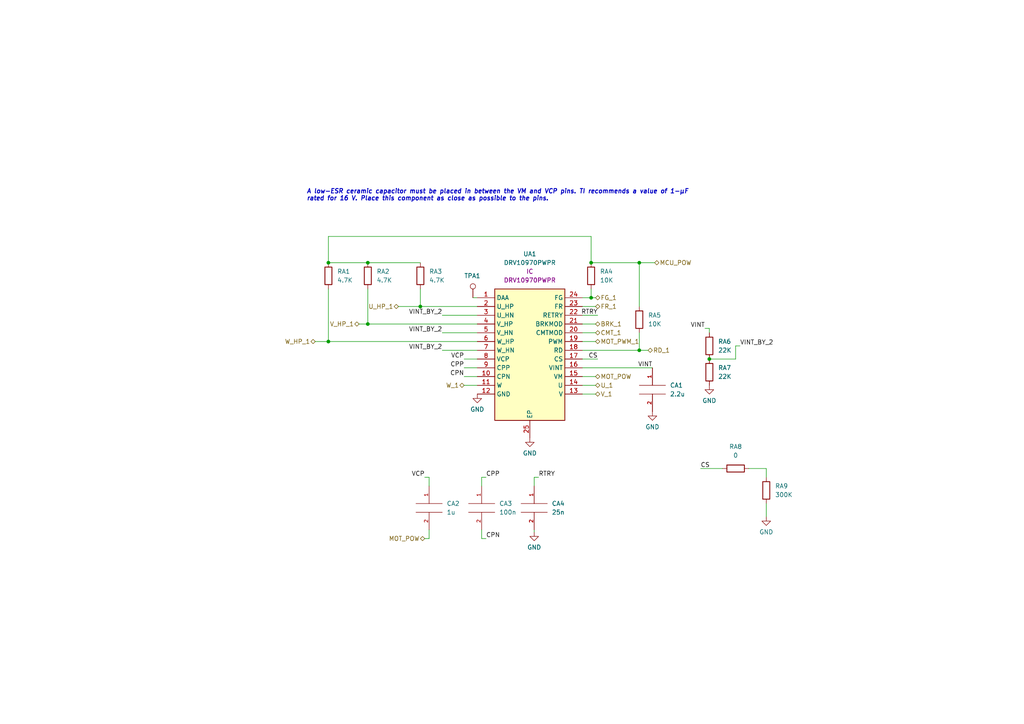
<source format=kicad_sch>
(kicad_sch (version 20211123) (generator eeschema)
  (paper "A4")
  (title_block (title "AOCS BOARD") (company "Parikshit Student Satellite Team"))
  (lib_symbols
    (symbol "Connector:TestPoint" (pin_numbers hide) (pin_names (offset 0.762) hide)
      (property "Reference" "TP" (at 0 6.858 0))
      (property "Value" "TestPoint" (at 0 5.08 0))
      (symbol "TestPoint_0_1"
        (circle (center 0 3.302) (radius 0.762))
      )
      (symbol "TestPoint_1_1"
        (pin passive line (at 0 0 90) (length 2.54) (name "1") (number "1"))
      )
    )
    (symbol "DRV10970PWPR:DRV10970PWPR"
      (property "Value" "DRV10970PWPR" (at 0 0 0))
      (property "Reference_1" "IC" (at 26.67 7.62 0))
      (property "Value_1" "DRV10970PWPR" (at 26.67 5.08 0))
      (symbol "DRV10970PWPR_1_1"
        (rectangle (start 5.08 2.54) (end 25.4 -35.56) (stroke (width 0.254)) (fill (type background)))
        (pin passive line (at 0 0 0) (length 5.08) (name "DAA") (number "1"))
        (pin passive line (at 0 -22.86 0) (length 5.08) (name "CPN") (number "10"))
        (pin passive line (at 0 -25.4 0) (length 5.08) (name "W") (number "11"))
        (pin passive line (at 0 -27.94 0) (length 5.08) (name "GND") (number "12"))
        (pin passive line (at 30.48 -27.94 180) (length 5.08) (name "V") (number "13"))
        (pin passive line (at 30.48 -25.4 180) (length 5.08) (name "U") (number "14"))
        (pin passive line (at 30.48 -22.86 180) (length 5.08) (name "VM") (number "15"))
        (pin passive line (at 30.48 -20.32 180) (length 5.08) (name "VINT") (number "16"))
        (pin passive line (at 30.48 -17.78 180) (length 5.08) (name "CS") (number "17"))
        (pin passive line (at 30.48 -15.24 180) (length 5.08) (name "RD") (number "18"))
        (pin passive line (at 30.48 -12.7 180) (length 5.08) (name "PWM") (number "19"))
        (pin passive line (at 0 -2.54 0) (length 5.08) (name "U_HP") (number "2"))
        (pin passive line (at 30.48 -10.16 180) (length 5.08) (name "CMTMOD") (number "20"))
        (pin passive line (at 30.48 -7.62 180) (length 5.08) (name "BRKMOD") (number "21"))
        (pin passive line (at 30.48 -5.08 180) (length 5.08) (name "RETRY") (number "22"))
        (pin passive line (at 30.48 -2.54 180) (length 5.08) (name "FR") (number "23"))
        (pin passive line (at 30.48 0 180) (length 5.08) (name "FG") (number "24"))
        (pin passive line (at 15.24 -40.64 90) (length 5.08) (name "EP") (number "25"))
        (pin passive line (at 0 -5.08 0) (length 5.08) (name "U_HN") (number "3"))
        (pin passive line (at 0 -7.62 0) (length 5.08) (name "V_HP") (number "4"))
        (pin passive line (at 0 -10.16 0) (length 5.08) (name "V_HN") (number "5"))
        (pin passive line (at 0 -12.7 0) (length 5.08) (name "W_HP") (number "6"))
        (pin passive line (at 0 -15.24 0) (length 5.08) (name "W_HN") (number "7"))
        (pin passive line (at 0 -17.78 0) (length 5.08) (name "VCP") (number "8"))
        (pin passive line (at 0 -20.32 0) (length 5.08) (name "CPP") (number "9"))
      )
    )
    (symbol "Device:R" (pin_numbers hide) (pin_names (offset 0))
      (property "Reference" "R" (at 2.032 0 90))
      (property "Value" "R" (at 0 0 90))
      (symbol "R_0_1"
        (rectangle (start -1.016 -2.54) (end 1.016 2.54) (stroke (width 0.254)))
      )
      (symbol "R_1_1"
        (pin passive line (at 0 3.81 270) (length 1.27) (name "~") (number "1"))
        (pin passive line (at 0 -3.81 90) (length 1.27) (name "~") (number "2"))
      )
    )
    (symbol "pspice:C" (pin_names (offset 0.254))
      (property "Reference" "C" (at 2.54 3.81 90))
      (property "Value" "C" (at 2.54 -3.81 90))
      (symbol "C_0_1"
        (polyline (pts (xy -3.81 -1.27) (xy 3.81 -1.27)))
        (polyline (pts (xy -3.81 1.27) (xy 3.81 1.27)))
      )
      (symbol "C_1_1"
        (pin passive line (at 0 6.35 270) (length 5.08) (name "~") (number "1"))
        (pin passive line (at 0 -6.35 90) (length 5.08) (name "~") (number "2"))
      )
    )
    (symbol "upsat-comms-hardware:GND" (power) (pin_names (offset 0))
      (property "Value" "GND" (at 0 -3.81 0))
      (symbol "GND_0_1"
        (polyline (pts (xy 0 0) (xy 0 -1.27) (xy 1.27 -1.27) (xy 0 -2.54) (xy -1.27 -1.27) (xy 0 -1.27)))
      )
      (symbol "GND_1_1"
        (pin power_in line (at 0 0 270) (length 0) hide (name "GND") (number "1"))
      )
    )
  )
  (junction (at 185.42 101.6))
  (junction (at 95.25 76.2))
  (junction (at 95.25 99.06))
  (junction (at 106.68 93.98))
  (junction (at 171.45 76.2))
  (junction (at 205.74 104.14))
  (junction (at 185.42 76.2))
  (junction (at 121.92 88.9))
  (junction (at 171.45 86.36))
  (junction (at 106.68 76.2))
  (wire (pts (xy 222.25 146.05) (xy 222.25 149.86)))
  (wire (pts (xy 168.91 114.3) (xy 172.72 114.3)))
  (wire (pts (xy 168.91 109.22) (xy 172.72 109.22)))
  (wire (pts (xy 124.46 153.67) (xy 124.46 156.21)))
  (wire (pts (xy 171.45 68.58) (xy 95.25 68.58)))
  (wire (pts (xy 139.7 138.43) (xy 139.7 140.97)))
  (wire (pts (xy 134.62 106.68) (xy 138.43 106.68)))
  (wire (pts (xy 128.27 96.52) (xy 138.43 96.52)))
  (wire (pts (xy 124.46 156.21) (xy 123.19 156.21)))
  (wire (pts (xy 168.91 111.76) (xy 172.72 111.76)))
  (wire (pts (xy 137.16 86.36) (xy 138.43 86.36)))
  (wire (pts (xy 171.45 76.2) (xy 171.45 68.58)))
  (wire (pts (xy 134.62 104.14) (xy 138.43 104.14)))
  (wire (pts (xy 95.25 76.2) (xy 106.68 76.2)))
  (wire (pts (xy 213.36 100.33) (xy 213.36 104.14)))
  (wire (pts (xy 171.45 83.82) (xy 171.45 86.36)))
  (wire (pts (xy 154.94 138.43) (xy 154.94 140.97)))
  (wire (pts (xy 168.91 99.06) (xy 172.72 99.06)))
  (wire (pts (xy 168.91 93.98) (xy 172.72 93.98)))
  (wire (pts (xy 185.42 96.52) (xy 185.42 101.6)))
  (wire (pts (xy 134.62 109.22) (xy 138.43 109.22)))
  (wire (pts (xy 185.42 76.2) (xy 189.865 76.2)))
  (wire (pts (xy 185.42 76.2) (xy 185.42 88.9)))
  (wire (pts (xy 168.91 101.6) (xy 185.42 101.6)))
  (wire (pts (xy 134.62 111.76) (xy 138.43 111.76)))
  (wire (pts (xy 205.74 95.25) (xy 205.74 96.52)))
  (wire (pts (xy 168.91 88.9) (xy 172.72 88.9)))
  (wire (pts (xy 222.25 135.89) (xy 222.25 138.43)))
  (wire (pts (xy 121.92 83.82) (xy 121.92 88.9)))
  (wire (pts (xy 213.36 104.14) (xy 205.74 104.14)))
  (wire (pts (xy 121.92 88.9) (xy 138.43 88.9)))
  (wire (pts (xy 214.63 100.33) (xy 213.36 100.33)))
  (wire (pts (xy 106.68 83.82) (xy 106.68 93.98)))
  (wire (pts (xy 106.68 93.98) (xy 138.43 93.98)))
  (wire (pts (xy 95.25 68.58) (xy 95.25 76.2)))
  (wire (pts (xy 168.91 104.14) (xy 173.355 104.14)))
  (wire (pts (xy 124.46 138.43) (xy 124.46 140.97)))
  (wire (pts (xy 115.57 88.9) (xy 121.92 88.9)))
  (wire (pts (xy 154.94 138.43) (xy 156.21 138.43)))
  (wire (pts (xy 217.17 135.89) (xy 222.25 135.89)))
  (wire (pts (xy 204.47 95.25) (xy 205.74 95.25)))
  (wire (pts (xy 168.91 106.68) (xy 189.23 106.68)))
  (wire (pts (xy 139.7 138.43) (xy 140.97 138.43)))
  (wire (pts (xy 139.7 156.21) (xy 139.7 153.67)))
  (wire (pts (xy 91.44 99.06) (xy 95.25 99.06)))
  (wire (pts (xy 154.94 154.305) (xy 154.94 153.67)))
  (wire (pts (xy 185.42 101.6) (xy 187.96 101.6)))
  (wire (pts (xy 128.27 101.6) (xy 138.43 101.6)))
  (wire (pts (xy 185.42 76.2) (xy 171.45 76.2)))
  (wire (pts (xy 168.91 91.44) (xy 173.355 91.44)))
  (wire (pts (xy 139.7 156.21) (xy 140.97 156.21)))
  (wire (pts (xy 168.91 96.52) (xy 172.72 96.52)))
  (wire (pts (xy 104.14 93.98) (xy 106.68 93.98)))
  (wire (pts (xy 171.45 86.36) (xy 172.72 86.36)))
  (wire (pts (xy 168.91 86.36) (xy 171.45 86.36)))
  (wire (pts (xy 106.68 76.2) (xy 121.92 76.2)))
  (wire (pts (xy 123.19 138.43) (xy 124.46 138.43)))
  (wire (pts (xy 95.25 99.06) (xy 138.43 99.06)))
  (wire (pts (xy 128.27 91.44) (xy 138.43 91.44)))
  (wire (pts (xy 203.2 135.89) (xy 209.55 135.89)))
  (wire (pts (xy 95.25 83.82) (xy 95.25 99.06)))
  (text "A low-ESR ceramic capacitor must be placed in between the VM and VCP pins. TI recommends a value of 1-µF\nrated for 16 V. Place this component as close as possible to the pins." (at 88.9 58.42 0) (effects (font (size 1.27 1.27) (thickness 0.254) bold italic) (justify left bottom)))
  (label "RTRY" (at 173.355 91.44 180))
  (label "VINT" (at 189.23 106.68 180))
  (label "VINT" (at 204.47 95.25 180))
  (label "CPP" (at 134.62 106.68 180))
  (label "VINT_BY_2" (at 214.63 100.33 0))
  (label "VINT_BY_2" (at 128.27 101.6 180))
  (label "CPN" (at 140.97 156.21 0))
  (label "VINT_BY_2" (at 128.27 96.52 180))
  (label "RTRY" (at 156.21 138.43 0))
  (label "CS" (at 203.2 135.89 0))
  (label "CPN" (at 134.62 109.22 180))
  (label "VCP" (at 134.62 104.14 180))
  (label "VCP" (at 123.19 138.43 180))
  (label "CS" (at 173.355 104.14 180))
  (label "VINT_BY_2" (at 128.27 91.44 180))
  (label "CPP" (at 140.97 138.43 0))
  (hierarchical_label "FR_1" (shape bidirectional) (at 172.72 88.9 0))
  (hierarchical_label "W_1" (shape bidirectional) (at 134.62 111.76 180))
  (hierarchical_label "V_1" (shape bidirectional) (at 172.72 114.3 0))
  (hierarchical_label "MOT_PWM_1" (shape bidirectional) (at 172.72 99.06 0))
  (hierarchical_label "FG_1" (shape bidirectional) (at 172.72 86.36 0))
  (hierarchical_label "RD_1" (shape bidirectional) (at 187.96 101.6 0))
  (hierarchical_label "CMT_1" (shape bidirectional) (at 172.72 96.52 0))
  (hierarchical_label "MOT_POW" (shape bidirectional) (at 123.19 156.21 180))
  (hierarchical_label "BRK_1" (shape bidirectional) (at 172.72 93.98 0))
  (hierarchical_label "V_HP_1" (shape bidirectional) (at 104.14 93.98 180))
  (hierarchical_label "MCU_POW" (shape bidirectional) (at 189.865 76.2 0))
  (hierarchical_label "W_HP_1" (shape bidirectional) (at 91.44 99.06 180))
  (hierarchical_label "U_HP_1" (shape bidirectional) (at 115.57 88.9 180))
  (hierarchical_label "U_1" (shape bidirectional) (at 172.72 111.76 0))
  (hierarchical_label "MOT_POW" (shape bidirectional) (at 172.72 109.22 0))
  (symbol (lib_id "pspice:C") (at 124.46 147.32 0) (unit 1)
    (property "Reference" "CA2" (at 129.54 146.0499 0) (effects (justify left)))
    (property "Value" "1u" (at 129.54 148.5899 0) (effects (justify left)))
    (property "Footprint" "Capacitor_SMD:C_0603_1608Metric" (effects hide))
  )
  (symbol (lib_id "upsat-comms-hardware:GND") (at 154.94 154.305 0) (unit 1)
    (property "Reference" "#PWR014" (effects hide))
    (property "Value" "GND" (at 154.94 158.75 0))
  )
  (symbol (lib_id "Device:R") (at 222.25 142.24 180) (unit 1)
    (property "Reference" "RA9" (at 224.79 140.9699 0) (effects (justify right)))
    (property "Value" "300K" (at 224.79 143.5099 0) (effects (justify right)))
    (property "Footprint" "Resistor_SMD:R_0603_1608Metric" (effects hide))
  )
  (symbol (lib_id "Device:R") (at 95.25 80.01 0) (unit 1)
    (property "Reference" "RA1" (at 97.79 78.7399 0) (effects (justify left)))
    (property "Value" "4.7K" (at 97.79 81.2799 0) (effects (justify left)))
    (property "Footprint" "Resistor_SMD:R_0603_1608Metric" (effects hide))
  )
  (symbol (lib_id "pspice:C") (at 139.7 147.32 0) (unit 1)
    (property "Reference" "CA3" (at 144.78 146.0499 0) (effects (justify left)))
    (property "Value" "100n" (at 144.78 148.5899 0) (effects (justify left)))
    (property "Footprint" "Capacitor_SMD:C_0603_1608Metric" (effects hide))
  )
  (symbol (lib_id "pspice:C") (at 154.94 147.32 0) (unit 1)
    (property "Reference" "CA4" (at 160.02 146.0499 0) (effects (justify left)))
    (property "Value" "25n" (at 160.02 148.5899 0) (effects (justify left)))
    (property "Footprint" "Capacitor_SMD:C_0603_1608Metric" (effects hide))
  )
  (symbol (lib_id "Device:R") (at 106.68 80.01 0) (unit 1)
    (property "Reference" "RA2" (at 109.22 78.7399 0) (effects (justify left)))
    (property "Value" "4.7K" (at 109.22 81.2799 0) (effects (justify left)))
    (property "Footprint" "Resistor_SMD:R_0603_1608Metric" (effects hide))
  )
  (symbol (lib_id "upsat-comms-hardware:GND") (at 138.43 114.3 0) (unit 1)
    (property "Reference" "#PWR010" (effects hide))
    (property "Value" "GND" (at 138.43 118.745 0))
  )
  (symbol (lib_id "upsat-comms-hardware:GND") (at 153.67 127 0) (unit 1)
    (property "Reference" "#PWR012" (effects hide))
    (property "Value" "GND" (at 153.67 131.445 0))
  )
  (symbol (lib_id "Connector:TestPoint") (at 137.16 86.36 0) (unit 1)
    (property "Reference" "TPA1" (at 134.62 80.01 0) (effects (justify left)))
    (property "Value" "TestPoint" (effects hide))
    (property "Footprint" "TestPoint:TestPoint_Plated_Hole_D2.0mm" (effects hide))
  )
  (symbol (lib_id "DRV10970PWPR:DRV10970PWPR") (at 138.43 86.36 0) (unit 1)
    (property "Reference" "UA1" (at 153.67 73.66 0))
    (property "Value" "DRV10970PWPR" (at 153.67 76.2 0))
    (property "Footprint" "DRV10970PWPR:SOP65P640X120-25N" (effects hide))
    (property "Reference_1" "IC" (at 153.67 78.74 0))
    (property "Value_1" "DRV10970PWPR" (at 153.67 81.28 0))
    (property "Footprint_1" "SOP65P640X120-25N" (effects hide))
    (property "Datasheet_1" "http://www.ti.com/lit/gpn/drv10970" (effects hide))
    (property "Height" "1.2" (effects hide))
    (property "Mouser Part Number" "595-DRV10970PWPR" (effects hide))
    (property "Mouser Price/Stock" "https://www.mouser.co.uk/ProductDetail/Texas-Instruments/DRV10970PWPR?qs=F66ExNIg9rr34PKt6FmsTg%3D%3D" (effects hide))
    (property "Manufacturer_Name" "Texas Instruments" (effects hide))
    (property "Manufacturer_Part_Number" "DRV10970PWPR" (effects hide))
  )
  (symbol (lib_id "upsat-comms-hardware:GND") (at 222.25 149.86 0) (unit 1)
    (property "Reference" "#PWR013" (effects hide))
    (property "Value" "GND" (at 222.25 154.305 0))
  )
  (symbol (lib_id "upsat-comms-hardware:GND") (at 189.23 119.38 0) (unit 1)
    (property "Reference" "#PWR011" (effects hide))
    (property "Value" "GND" (at 189.23 123.825 0))
  )
  (symbol (lib_id "Device:R") (at 213.36 135.89 90) (unit 1)
    (property "Reference" "RA8" (at 213.36 129.54 90))
    (property "Value" "0" (at 213.36 132.08 90))
    (property "Footprint" "Resistor_SMD:R_0603_1608Metric" (effects hide))
  )
  (symbol (lib_id "Device:R") (at 121.92 80.01 0) (unit 1)
    (property "Reference" "RA3" (at 124.46 78.7399 0) (effects (justify left)))
    (property "Value" "4.7K" (at 124.46 81.2799 0) (effects (justify left)))
    (property "Footprint" "Resistor_SMD:R_0603_1608Metric" (effects hide))
  )
  (symbol (lib_id "Device:R") (at 185.42 92.71 0) (unit 1)
    (property "Reference" "RA5" (at 187.96 91.4399 0) (effects (justify left)))
    (property "Value" "10K" (at 187.96 93.9799 0) (effects (justify left)))
    (property "Footprint" "Resistor_SMD:R_0603_1608Metric" (effects hide))
  )
  (symbol (lib_id "pspice:C") (at 189.23 113.03 0) (unit 1)
    (property "Reference" "CA1" (at 194.31 111.7599 0) (effects (justify left)))
    (property "Value" "2.2u" (at 194.31 114.2999 0) (effects (justify left)))
    (property "Footprint" "Capacitor_SMD:C_0603_1608Metric" (effects hide))
  )
  (symbol (lib_id "Device:R") (at 171.45 80.01 0) (unit 1)
    (property "Reference" "RA4" (at 173.99 78.7399 0) (effects (justify left)))
    (property "Value" "10K" (at 173.99 81.2799 0) (effects (justify left)))
    (property "Footprint" "Resistor_SMD:R_0603_1608Metric" (effects hide))
  )
  (symbol (lib_id "Device:R") (at 205.74 107.95 0) (unit 1)
    (property "Reference" "RA7" (at 208.28 106.6799 0) (effects (justify left)))
    (property "Value" "22K" (at 208.28 109.2199 0) (effects (justify left)))
    (property "Footprint" "Resistor_SMD:R_0603_1608Metric" (effects hide))
  )
  (symbol (lib_id "upsat-comms-hardware:GND") (at 205.74 111.76 0) (unit 1)
    (property "Reference" "#PWR09" (effects hide))
    (property "Value" "GND" (at 205.74 116.205 0))
  )
  (symbol (lib_id "Device:R") (at 205.74 100.33 0) (unit 1)
    (property "Reference" "RA6" (at 208.28 99.0599 0) (effects (justify left)))
    (property "Value" "22K" (at 208.28 101.5999 0) (effects (justify left)))
    (property "Footprint" "Resistor_SMD:R_0603_1608Metric" (effects hide))
  )
)
</source>
